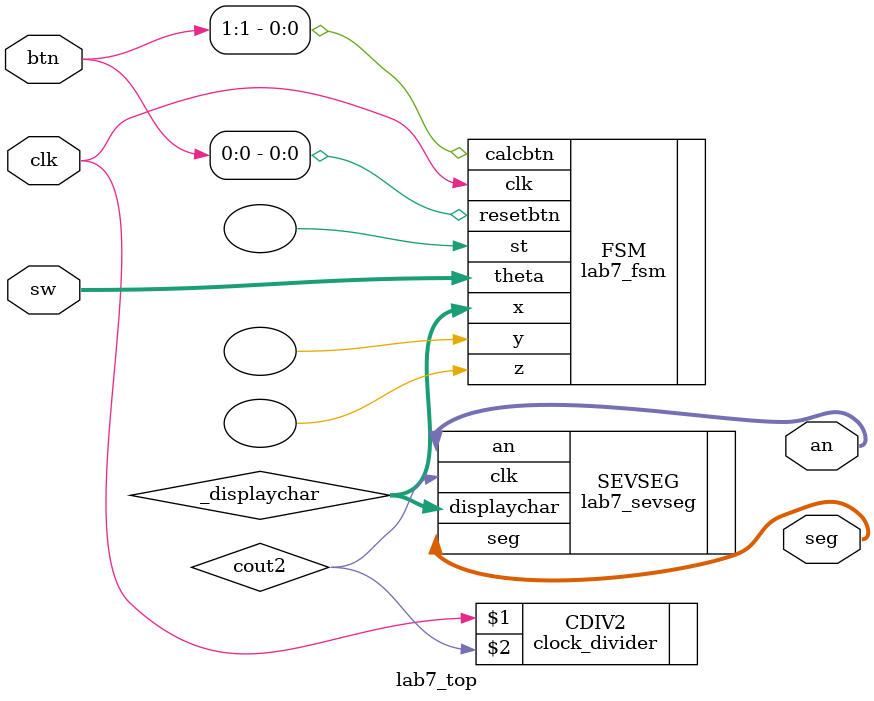
<source format=v>
`timescale 1ns / 1ps


module lab7_top(
    input clk,
    input [15:0] sw,
    input [1:0] btn,
    //output [15:0] q, // leds use if neededs
    output [7:0] seg,
    output [3:0] an
    );
    
    wire [15:0] _displaychar;
    wire cout2;
    
    clock_divider #(.timeconst(5)) CDIV2(clk, cout2);
    lab7_fsm FSM(.clk(clk), .theta(sw), .resetbtn(btn[0]), .calcbtn(btn[1]), .x(_displaychar), .y(), .z(), .st());
    lab7_sevseg SEVSEG(.clk(cout2), .displaychar(_displaychar), .seg(seg), .an(an));
    
    /*
    reg [7:0] displaychar1, displaychar2, displaychar3, displaychar4;
    
    assign displaychar[7:0] = displaychar1;
    assign displaychar[15:8] = displaychar2;
    assign displaychar[23:16] = displaychar3;
    assign displaychar[31:24] = displaychar4;
    */
    
endmodule

</source>
